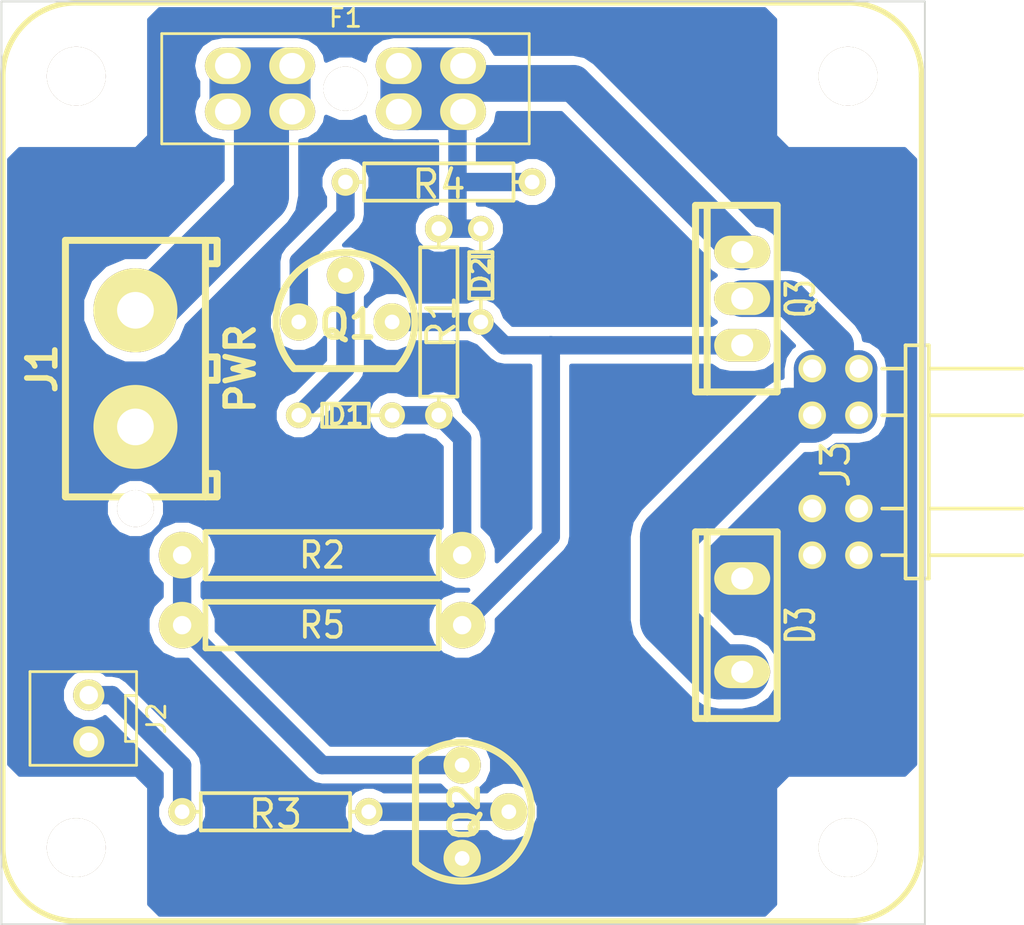
<source format=kicad_pcb>
(kicad_pcb (version 3) (host pcbnew "(2013-07-07 BZR 4022)-stable")

  (general
    (links 34)
    (no_connects 0)
    (area 18.856 17.774919 78.574 68.585081)
    (thickness 1.6)
    (drawings 4)
    (tracks 80)
    (zones 0)
    (modules 16)
    (nets 12)
  )

  (page A4)
  (layers
    (15 F.Cu signal)
    (0 B.Cu signal)
    (16 B.Adhes user)
    (17 F.Adhes user)
    (18 B.Paste user)
    (19 F.Paste user)
    (20 B.SilkS user)
    (21 F.SilkS user)
    (22 B.Mask user)
    (23 F.Mask user)
    (24 Dwgs.User user)
    (25 Cmts.User user)
    (26 Eco1.User user)
    (27 Eco2.User user)
    (28 Edge.Cuts user)
  )

  (setup
    (last_trace_width 0.254)
    (user_trace_width 0.5)
    (user_trace_width 0.508)
    (user_trace_width 1)
    (user_trace_width 1.5)
    (user_trace_width 2)
    (user_trace_width 3)
    (user_trace_width 4)
    (user_trace_width 5)
    (trace_clearance 0.254)
    (zone_clearance 0.5)
    (zone_45_only no)
    (trace_min 0.254)
    (segment_width 0.2)
    (edge_width 0.1)
    (via_size 0.889)
    (via_drill 0.635)
    (via_min_size 0.889)
    (via_min_drill 0.508)
    (user_via 1.7 0.8)
    (uvia_size 0.508)
    (uvia_drill 0.127)
    (uvias_allowed no)
    (uvia_min_size 0.508)
    (uvia_min_drill 0.127)
    (pcb_text_width 0.3)
    (pcb_text_size 1.5 1.5)
    (mod_edge_width 0.15)
    (mod_text_size 1 1)
    (mod_text_width 0.15)
    (pad_size 2.2 2.2)
    (pad_drill 1.2)
    (pad_to_mask_clearance 0)
    (aux_axis_origin 0 0)
    (visible_elements 7FFFFFFF)
    (pcbplotparams
      (layerselection 3178497)
      (usegerberextensions true)
      (excludeedgelayer true)
      (linewidth 0.150000)
      (plotframeref false)
      (viasonmask false)
      (mode 1)
      (useauxorigin false)
      (hpglpennumber 1)
      (hpglpenspeed 20)
      (hpglpendiameter 15)
      (hpglpenoverlay 2)
      (psnegative false)
      (psa4output false)
      (plotreference true)
      (plotvalue true)
      (plotothertext true)
      (plotinvisibletext false)
      (padsonsilk false)
      (subtractmaskfromsilk false)
      (outputformat 1)
      (mirror false)
      (drillshape 1)
      (scaleselection 1)
      (outputdirectory ""))
  )

  (net 0 "")
  (net 1 GND)
  (net 2 N-0000010)
  (net 3 N-0000011)
  (net 4 N-000002)
  (net 5 N-000004)
  (net 6 N-000005)
  (net 7 N-000006)
  (net 8 N-000007)
  (net 9 N-000008)
  (net 10 N-000009)
  (net 11 VDD)

  (net_class Default "This is the default net class."
    (clearance 0.254)
    (trace_width 0.254)
    (via_dia 0.889)
    (via_drill 0.635)
    (uvia_dia 0.508)
    (uvia_drill 0.127)
    (add_net "")
    (add_net GND)
    (add_net N-0000010)
    (add_net N-0000011)
    (add_net N-000002)
    (add_net N-000004)
    (add_net N-000005)
    (add_net N-000006)
    (add_net N-000007)
    (add_net N-000008)
    (add_net N-000009)
    (add_net VDD)
  )

  (module TO220-2 (layer F.Cu) (tedit 54E02F59) (tstamp 54DCAF76)
    (at 60.96 52.07 180)
    (path /54DCAB09)
    (fp_text reference D3 (at -3.175 0 270) (layer F.SilkS)
      (effects (font (size 1.524 1.016) (thickness 0.2032)))
    )
    (fp_text value MBR10100 (at 0.635 -6.35 180) (layer F.SilkS) hide
      (effects (font (size 1.524 1.016) (thickness 0.2032)))
    )
    (fp_line (start 1.905 -5.08) (end 2.54 -5.08) (layer F.SilkS) (width 0.381))
    (fp_line (start 2.54 -5.08) (end 2.54 5.08) (layer F.SilkS) (width 0.381))
    (fp_line (start 2.54 5.08) (end 1.905 5.08) (layer F.SilkS) (width 0.381))
    (fp_line (start -1.905 -5.08) (end 1.905 -5.08) (layer F.SilkS) (width 0.381))
    (fp_line (start 1.905 -5.08) (end 1.905 5.08) (layer F.SilkS) (width 0.381))
    (fp_line (start 1.905 5.08) (end -1.905 5.08) (layer F.SilkS) (width 0.381))
    (fp_line (start -1.905 5.08) (end -1.905 -5.08) (layer F.SilkS) (width 0.381))
    (pad 1 thru_hole oval (at 0 -2.54 180) (size 3.048 1.778) (drill 1.19888)
      (layers *.Cu *.Mask F.SilkS)
      (net 7 N-000006)
    )
    (pad 3 thru_hole oval (at 0 2.54 180) (size 3.048 1.778) (drill 1.19888)
      (layers *.Cu *.Mask F.SilkS)
      (net 1 GND)
    )
    (model discret/to220_vert.wrl
      (at (xyz 0 0 0))
      (scale (xyz 1 1 1))
      (rotate (xyz 0 0 0))
    )
  )

  (module R6 (layer F.Cu) (tedit 4AD4576D) (tstamp 54DCAF93)
    (at 38.1 52.07)
    (descr "Resistance 6 pas")
    (tags R)
    (path /54B5A69B)
    (autoplace_cost180 10)
    (fp_text reference R5 (at 0 0) (layer F.SilkS)
      (effects (font (size 1.397 1.27) (thickness 0.2032)))
    )
    (fp_text value 750/2W (at 0.254 0) (layer F.SilkS) hide
      (effects (font (size 1.397 1.27) (thickness 0.2032)))
    )
    (fp_line (start -6.35 -1.27) (end 6.35 -1.27) (layer F.SilkS) (width 0.3048))
    (fp_line (start 6.35 -1.27) (end 6.35 1.27) (layer F.SilkS) (width 0.3048))
    (fp_line (start 6.35 1.27) (end -6.35 1.27) (layer F.SilkS) (width 0.3048))
    (fp_line (start 6.35 0) (end 7.62 0) (layer F.SilkS) (width 0.3048))
    (fp_line (start -7.62 0) (end -6.35 0) (layer F.SilkS) (width 0.3048))
    (fp_line (start -6.35 -1.27) (end -6.35 1.27) (layer F.SilkS) (width 0.3048))
    (pad 1 thru_hole circle (at -7.62 0) (size 2.54 2.54) (drill 1.00076)
      (layers *.Cu *.Mask F.SilkS)
      (net 5 N-000004)
    )
    (pad 2 thru_hole circle (at 7.62 0) (size 2.54 2.54) (drill 1.00076)
      (layers *.Cu *.Mask F.SilkS)
      (net 9 N-000008)
    )
    (model discret/resistor.wrl
      (at (xyz 0 0 0))
      (scale (xyz 0.6 0.6 0.6))
      (rotate (xyz 0 0 0))
    )
  )

  (module R6 (layer F.Cu) (tedit 4AD4576D) (tstamp 54DCAF9F)
    (at 38.1 48.26)
    (descr "Resistance 6 pas")
    (tags R)
    (path /54C35883)
    (autoplace_cost180 10)
    (fp_text reference R2 (at 0 0) (layer F.SilkS)
      (effects (font (size 1.397 1.27) (thickness 0.2032)))
    )
    (fp_text value 750/2W (at 0.254 0) (layer F.SilkS) hide
      (effects (font (size 1.397 1.27) (thickness 0.2032)))
    )
    (fp_line (start -6.35 -1.27) (end 6.35 -1.27) (layer F.SilkS) (width 0.3048))
    (fp_line (start 6.35 -1.27) (end 6.35 1.27) (layer F.SilkS) (width 0.3048))
    (fp_line (start 6.35 1.27) (end -6.35 1.27) (layer F.SilkS) (width 0.3048))
    (fp_line (start 6.35 0) (end 7.62 0) (layer F.SilkS) (width 0.3048))
    (fp_line (start -7.62 0) (end -6.35 0) (layer F.SilkS) (width 0.3048))
    (fp_line (start -6.35 -1.27) (end -6.35 1.27) (layer F.SilkS) (width 0.3048))
    (pad 1 thru_hole circle (at -7.62 0) (size 2.54 2.54) (drill 1.00076)
      (layers *.Cu *.Mask F.SilkS)
      (net 5 N-000004)
    )
    (pad 2 thru_hole circle (at 7.62 0) (size 2.54 2.54) (drill 1.00076)
      (layers *.Cu *.Mask F.SilkS)
      (net 10 N-000009)
    )
    (model discret/resistor.wrl
      (at (xyz 0 0 0))
      (scale (xyz 0.6 0.6 0.6))
      (rotate (xyz 0 0 0))
    )
  )

  (module R4 (layer F.Cu) (tedit 54E02F73) (tstamp 54DCAFAC)
    (at 35.56 62.23 180)
    (descr "Resitance 4 pas")
    (tags R)
    (path /54B5A882)
    (autoplace_cost180 10)
    (fp_text reference R3 (at 0 -0.127 180) (layer F.SilkS)
      (effects (font (size 1.5 1.5) (thickness 0.2032)))
    )
    (fp_text value 1K8 (at 0 0 180) (layer F.SilkS) hide
      (effects (font (size 1.397 1.27) (thickness 0.2032)))
    )
    (fp_line (start -5.08 0) (end -4.064 0) (layer F.SilkS) (width 0.2))
    (fp_line (start -4.064 0) (end -4.064 -1.016) (layer F.SilkS) (width 0.2))
    (fp_line (start -4.064 -1.016) (end 4.064 -1.016) (layer F.SilkS) (width 0.2))
    (fp_line (start 4.064 -1.016) (end 4.064 1.016) (layer F.SilkS) (width 0.2))
    (fp_line (start 4.064 1.016) (end -4.064 1.016) (layer F.SilkS) (width 0.2))
    (fp_line (start -4.064 1.016) (end -4.064 0) (layer F.SilkS) (width 0.2))
    (fp_line (start 5.08 0) (end 4.064 0) (layer F.SilkS) (width 0.2))
    (pad 1 thru_hole circle (at -5.08 0 180) (size 1.5 1.5) (drill 0.8001)
      (layers *.Cu *.Mask F.SilkS)
      (net 8 N-000007)
    )
    (pad 2 thru_hole circle (at 5.08 0 180) (size 1.5 1.5) (drill 0.8001)
      (layers *.Cu *.Mask F.SilkS)
      (net 4 N-000002)
    )
    (model discret/resistor.wrl
      (at (xyz 0 0 0))
      (scale (xyz 0.4 0.4 0.4))
      (rotate (xyz 0 0 0))
    )
  )

  (module R4 (layer F.Cu) (tedit 54E02F48) (tstamp 54DCAFB9)
    (at 44.45 27.94 180)
    (descr "Resitance 4 pas")
    (tags R)
    (path /54C35874)
    (autoplace_cost180 10)
    (fp_text reference R4 (at 0 -0.127 180) (layer F.SilkS)
      (effects (font (size 1.5 1.5) (thickness 0.2032)))
    )
    (fp_text value 1 (at 0 0 180) (layer F.SilkS) hide
      (effects (font (size 1.397 1.27) (thickness 0.2032)))
    )
    (fp_line (start -5.08 0) (end -4.064 0) (layer F.SilkS) (width 0.2))
    (fp_line (start -4.064 0) (end -4.064 -1.016) (layer F.SilkS) (width 0.2))
    (fp_line (start -4.064 -1.016) (end 4.064 -1.016) (layer F.SilkS) (width 0.2))
    (fp_line (start 4.064 -1.016) (end 4.064 1.016) (layer F.SilkS) (width 0.2))
    (fp_line (start 4.064 1.016) (end -4.064 1.016) (layer F.SilkS) (width 0.2))
    (fp_line (start -4.064 1.016) (end -4.064 0) (layer F.SilkS) (width 0.2))
    (fp_line (start 5.08 0) (end 4.064 0) (layer F.SilkS) (width 0.2))
    (pad 1 thru_hole circle (at -5.08 0 180) (size 1.5 1.5) (drill 0.8001)
      (layers *.Cu *.Mask F.SilkS)
      (net 6 N-000005)
    )
    (pad 2 thru_hole circle (at 5.08 0 180) (size 1.5 1.5) (drill 0.8001)
      (layers *.Cu *.Mask F.SilkS)
      (net 3 N-0000011)
    )
    (model discret/resistor.wrl
      (at (xyz 0 0 0))
      (scale (xyz 0.4 0.4 0.4))
      (rotate (xyz 0 0 0))
    )
  )

  (module R4 (layer F.Cu) (tedit 54E02F38) (tstamp 54DCAFC6)
    (at 44.45 35.56 270)
    (descr "Resitance 4 pas")
    (tags R)
    (path /54C358C7)
    (autoplace_cost180 10)
    (fp_text reference R1 (at 0 -0.127 270) (layer F.SilkS)
      (effects (font (size 1.5 1.5) (thickness 0.2032)))
    )
    (fp_text value 100 (at 0 0 270) (layer F.SilkS) hide
      (effects (font (size 1.397 1.27) (thickness 0.2032)))
    )
    (fp_line (start -5.08 0) (end -4.064 0) (layer F.SilkS) (width 0.2))
    (fp_line (start -4.064 0) (end -4.064 -1.016) (layer F.SilkS) (width 0.2))
    (fp_line (start -4.064 -1.016) (end 4.064 -1.016) (layer F.SilkS) (width 0.2))
    (fp_line (start 4.064 -1.016) (end 4.064 1.016) (layer F.SilkS) (width 0.2))
    (fp_line (start 4.064 1.016) (end -4.064 1.016) (layer F.SilkS) (width 0.2))
    (fp_line (start -4.064 1.016) (end -4.064 0) (layer F.SilkS) (width 0.2))
    (fp_line (start 5.08 0) (end 4.064 0) (layer F.SilkS) (width 0.2))
    (pad 1 thru_hole circle (at -5.08 0 270) (size 1.5 1.5) (drill 0.8001)
      (layers *.Cu *.Mask F.SilkS)
      (net 6 N-000005)
    )
    (pad 2 thru_hole circle (at 5.08 0 270) (size 1.5 1.5) (drill 0.8001)
      (layers *.Cu *.Mask F.SilkS)
      (net 10 N-000009)
    )
    (model discret/resistor.wrl
      (at (xyz 0 0 0))
      (scale (xyz 0.4 0.4 0.4))
      (rotate (xyz 0 0 0))
    )
  )

  (module MD-TEST-HDR-M (layer F.Cu) (tedit 54E02FA7) (tstamp 54DCAFDE)
    (at 66.04 43.18 90)
    (path /54DCAB2B)
    (fp_text reference J3 (at -0.127 0 90) (layer F.SilkS)
      (effects (font (size 1.5 1.5) (thickness 0.2)))
    )
    (fp_text value OUT (at 0 11.43 90) (layer F.SilkS) hide
      (effects (font (size 1.5 1.5) (thickness 0.2)))
    )
    (fp_line (start -6.35 5.08) (end 6.35 5.08) (layer F.SilkS) (width 0.2))
    (fp_line (start -6.35 3.81) (end 6.35 3.81) (layer F.SilkS) (width 0.2))
    (fp_line (start -6.35 5.08) (end -6.35 3.81) (layer F.SilkS) (width 0.2))
    (fp_line (start 6.35 5.08) (end 6.35 3.81) (layer F.SilkS) (width 0.2))
    (fp_line (start -5.08 10.16) (end -5.08 5.08) (layer F.SilkS) (width 0.2))
    (fp_line (start -2.54 10.16) (end -2.54 5.08) (layer F.SilkS) (width 0.2))
    (fp_line (start 2.54 10.16) (end 2.54 5.08) (layer F.SilkS) (width 0.2))
    (fp_line (start 5.08 10.16) (end 5.08 5.08) (layer F.SilkS) (width 0.2))
    (fp_line (start -5.08 3.81) (end -5.08 2.54) (layer F.SilkS) (width 0.2))
    (fp_line (start -2.54 3.81) (end -2.54 2.54) (layer F.SilkS) (width 0.2))
    (fp_line (start 2.54 3.81) (end 2.54 2.54) (layer F.SilkS) (width 0.2))
    (fp_line (start 5.08 3.81) (end 5.08 2.54) (layer F.SilkS) (width 0.2))
    (pad 1 thru_hole circle (at -5.08 1.27 90) (size 1.5 1.5) (drill 1)
      (layers *.Cu *.Mask F.SilkS)
      (net 1 GND)
    )
    (pad 2 thru_hole circle (at -5.08 -1.27 90) (size 1.5 1.5) (drill 1)
      (layers *.Cu *.Mask F.SilkS)
      (net 1 GND)
    )
    (pad 3 thru_hole circle (at -2.54 1.27 90) (size 1.5 1.5) (drill 1)
      (layers *.Cu *.Mask F.SilkS)
      (net 1 GND)
    )
    (pad 4 thru_hole circle (at -2.54 -1.27 90) (size 1.5 1.5) (drill 1)
      (layers *.Cu *.Mask F.SilkS)
      (net 1 GND)
    )
    (pad 7 thru_hole circle (at 2.54 1.27 90) (size 1.5 1.5) (drill 1)
      (layers *.Cu *.Mask F.SilkS)
      (net 7 N-000006)
    )
    (pad 9 thru_hole circle (at 5.08 1.27 90) (size 1.5 1.5) (drill 1)
      (layers *.Cu *.Mask F.SilkS)
      (net 7 N-000006)
    )
    (pad 10 thru_hole circle (at 5.08 -1.27 90) (size 1.5 1.5) (drill 1)
      (layers *.Cu *.Mask F.SilkS)
      (net 7 N-000006)
    )
    (pad 8 thru_hole circle (at 2.54 -1.27 90) (size 1.5 1.5) (drill 1)
      (layers *.Cu *.Mask F.SilkS)
      (net 7 N-000006)
    )
  )

  (module D2 (layer F.Cu) (tedit 52D1583B) (tstamp 54DCAFEB)
    (at 46.736 33.02 90)
    (path /54B5A6F5)
    (fp_text reference D2 (at 0 0 90) (layer F.SilkS)
      (effects (font (size 1 1) (thickness 0.2)))
    )
    (fp_text value ZENER (at 0 1.905 90) (layer F.SilkS) hide
      (effects (font (size 1 1) (thickness 0.2)))
    )
    (fp_line (start 1.016 -0.635) (end 1.016 0.635) (layer F.SilkS) (width 0.2))
    (fp_line (start 1.27 0) (end 2.54 0) (layer F.SilkS) (width 0.2))
    (fp_line (start -2.54 0) (end -1.27 0) (layer F.SilkS) (width 0.2))
    (fp_line (start 1.27 -0.635) (end 1.27 0.635) (layer F.SilkS) (width 0.2))
    (fp_line (start 1.27 0.635) (end -1.27 0.635) (layer F.SilkS) (width 0.2))
    (fp_line (start -1.27 0.635) (end -1.27 -0.635) (layer F.SilkS) (width 0.2))
    (fp_line (start -1.27 -0.635) (end 1.27 -0.635) (layer F.SilkS) (width 0.2))
    (pad 1 thru_hole circle (at -2.54 0 90) (size 1.4 1.4) (drill 0.8)
      (layers *.Cu *.Mask F.SilkS)
      (net 9 N-000008)
    )
    (pad 2 thru_hole circle (at 2.54 0 90) (size 1.4 1.4) (drill 0.8)
      (layers *.Cu *.Mask F.SilkS)
      (net 6 N-000005)
    )
  )

  (module D2 (layer F.Cu) (tedit 52D1583B) (tstamp 54DCAFF8)
    (at 39.37 40.64 180)
    (path /54C35AF0)
    (fp_text reference D1 (at 0 0 180) (layer F.SilkS)
      (effects (font (size 1 1) (thickness 0.2)))
    )
    (fp_text value DIODESCH (at 0 1.905 180) (layer F.SilkS) hide
      (effects (font (size 1 1) (thickness 0.2)))
    )
    (fp_line (start 1.016 -0.635) (end 1.016 0.635) (layer F.SilkS) (width 0.2))
    (fp_line (start 1.27 0) (end 2.54 0) (layer F.SilkS) (width 0.2))
    (fp_line (start -2.54 0) (end -1.27 0) (layer F.SilkS) (width 0.2))
    (fp_line (start 1.27 -0.635) (end 1.27 0.635) (layer F.SilkS) (width 0.2))
    (fp_line (start 1.27 0.635) (end -1.27 0.635) (layer F.SilkS) (width 0.2))
    (fp_line (start -1.27 0.635) (end -1.27 -0.635) (layer F.SilkS) (width 0.2))
    (fp_line (start -1.27 -0.635) (end 1.27 -0.635) (layer F.SilkS) (width 0.2))
    (pad 1 thru_hole circle (at -2.54 0 180) (size 1.4 1.4) (drill 0.8)
      (layers *.Cu *.Mask F.SilkS)
      (net 10 N-000009)
    )
    (pad 2 thru_hole circle (at 2.54 0 180) (size 1.4 1.4) (drill 0.8)
      (layers *.Cu *.Mask F.SilkS)
      (net 2 N-0000010)
    )
  )

  (module CONN_NCW254-02S (layer F.Cu) (tedit 54E02FB0) (tstamp 54DCB012)
    (at 25.4 57.15 270)
    (path /54DCAB49)
    (fp_text reference J2 (at 0 -3.683 270) (layer F.SilkS)
      (effects (font (size 1 1) (thickness 0.15)))
    )
    (fp_text value PWM_IN (at 0 5.715 270) (layer F.SilkS) hide
      (effects (font (size 1 1) (thickness 0.15)))
    )
    (fp_line (start -1.25 -2.6) (end -1.25 -2) (layer F.SilkS) (width 0.15))
    (fp_line (start -1.25 -2) (end 1.25 -2) (layer F.SilkS) (width 0.15))
    (fp_line (start 1.25 -2) (end 1.25 -2.6) (layer F.SilkS) (width 0.15))
    (fp_line (start -2.55 -2.6) (end 2.55 -2.6) (layer F.SilkS) (width 0.15))
    (fp_line (start 2.55 -2.6) (end 2.55 3.2) (layer F.SilkS) (width 0.15))
    (fp_line (start 2.55 3.2) (end -2.55 3.2) (layer F.SilkS) (width 0.15))
    (fp_line (start -2.55 3.2) (end -2.55 -2.6) (layer F.SilkS) (width 0.15))
    (pad 1 thru_hole circle (at -1.27 0 270) (size 1.7 1.7) (drill 1)
      (layers *.Cu *.Mask F.SilkS)
      (net 4 N-000002)
    )
    (pad 2 thru_hole circle (at 1.27 0 270) (size 1.7 1.7) (drill 1)
      (layers *.Cu *.Mask F.SilkS)
      (net 1 GND)
    )
  )

  (module AUTOFUSE (layer F.Cu) (tedit 54E02F24) (tstamp 54DCB023)
    (at 39.37 22.86)
    (path /54950B27)
    (fp_text reference F1 (at 0 -3.85) (layer F.SilkS)
      (effects (font (size 1 1) (thickness 0.15)))
    )
    (fp_text value FUSE (at 0.05 4.05) (layer F.SilkS) hide
      (effects (font (size 1 1) (thickness 0.15)))
    )
    (fp_line (start -10 -3) (end -10 3) (layer F.SilkS) (width 0.15))
    (fp_line (start -10 3) (end 10 3) (layer F.SilkS) (width 0.15))
    (fp_line (start 10 3) (end 10 -3) (layer F.SilkS) (width 0.15))
    (fp_line (start 10 -3) (end -10 -3) (layer F.SilkS) (width 0.15))
    (pad "" thru_hole circle (at 0 0) (size 2.4 2.4) (drill 2.4)
      (layers *.Cu *.Mask F.SilkS)
    )
    (pad 1 thru_hole oval (at -2.9 -1.25) (size 2.5 2) (drill 1.4)
      (layers *.Cu *.Mask F.SilkS)
      (net 11 VDD)
    )
    (pad 1 thru_hole oval (at -2.9 1.25) (size 2.5 2) (drill 1.4)
      (layers *.Cu *.Mask F.SilkS)
      (net 11 VDD)
    )
    (pad 1 thru_hole oval (at -6.4 -1.25) (size 2.5 2) (drill 1.4)
      (layers *.Cu *.Mask F.SilkS)
      (net 11 VDD)
    )
    (pad 1 thru_hole oval (at -6.4 1.25) (size 2.5 2) (drill 1.4)
      (layers *.Cu *.Mask F.SilkS)
      (net 11 VDD)
    )
    (pad 2 thru_hole oval (at 2.9 -1.25) (size 2.5 2) (drill 1.4)
      (layers *.Cu *.Mask F.SilkS)
      (net 6 N-000005)
    )
    (pad 2 thru_hole oval (at 2.9 1.25) (size 2.5 2) (drill 1.4)
      (layers *.Cu *.Mask F.SilkS)
      (net 6 N-000005)
    )
    (pad 2 thru_hole oval (at 6.4 1.25) (size 2.5 2) (drill 1.4)
      (layers *.Cu *.Mask F.SilkS)
      (net 6 N-000005)
    )
    (pad 2 thru_hole oval (at 6.4 -1.25) (size 2.5 2) (drill 1.4)
      (layers *.Cu *.Mask F.SilkS)
      (net 6 N-000005)
    )
  )

  (module TO-92_V (layer F.Cu) (tedit 54E02F68) (tstamp 54DCB727)
    (at 45.72 62.23 270)
    (path /54C35829)
    (fp_text reference Q2 (at 0 -0.127 270) (layer F.SilkS)
      (effects (font (size 1.524 1.524) (thickness 0.3048)))
    )
    (fp_text value BC546B (at 0.762 4.064 270) (layer F.SilkS) hide
      (effects (font (size 1.524 1.524) (thickness 0.3048)))
    )
    (fp_line (start 2.794 2.54) (end -2.794 2.54) (layer F.SilkS) (width 0.381))
    (fp_arc (start 0 0) (end 2.54 -2.794) (angle 90) (layer F.SilkS) (width 0.381))
    (fp_arc (start 0 0) (end -2.54 -2.794) (angle 90) (layer F.SilkS) (width 0.381))
    (fp_arc (start 0 0) (end -2.794 2.54) (angle 90) (layer F.SilkS) (width 0.381))
    (pad 1 thru_hole circle (at -2.54 0 270) (size 2.032 2.032) (drill 0.8001)
      (layers *.Cu *.Mask F.SilkS)
      (net 5 N-000004)
    )
    (pad 2 thru_hole circle (at 0 -2.54 270) (size 2.032 2.032) (drill 0.8001)
      (layers *.Cu *.Mask F.SilkS)
      (net 8 N-000007)
    )
    (pad 3 thru_hole circle (at 2.54 0 270) (size 2.032 2.032) (drill 0.8001)
      (layers *.Cu *.Mask F.SilkS)
      (net 1 GND)
    )
  )

  (module TO-92_V (layer F.Cu) (tedit 54E02F42) (tstamp 54DCB732)
    (at 39.37 35.56)
    (path /54C35838)
    (fp_text reference Q1 (at 0.127 0.127) (layer F.SilkS)
      (effects (font (size 1.524 1.524) (thickness 0.3048)))
    )
    (fp_text value BC546B (at 0.762 4.064) (layer F.SilkS) hide
      (effects (font (size 1.524 1.524) (thickness 0.3048)))
    )
    (fp_line (start 2.794 2.54) (end -2.794 2.54) (layer F.SilkS) (width 0.381))
    (fp_arc (start 0 0) (end 2.54 -2.794) (angle 90) (layer F.SilkS) (width 0.381))
    (fp_arc (start 0 0) (end -2.54 -2.794) (angle 90) (layer F.SilkS) (width 0.381))
    (fp_arc (start 0 0) (end -2.794 2.54) (angle 90) (layer F.SilkS) (width 0.381))
    (pad 1 thru_hole circle (at -2.54 0) (size 2.032 2.032) (drill 0.8001)
      (layers *.Cu *.Mask F.SilkS)
      (net 3 N-0000011)
    )
    (pad 2 thru_hole circle (at 0 -2.54) (size 2.032 2.032) (drill 0.8001)
      (layers *.Cu *.Mask F.SilkS)
      (net 2 N-0000010)
    )
    (pad 3 thru_hole circle (at 2.54 0) (size 2.032 2.032) (drill 0.8001)
      (layers *.Cu *.Mask F.SilkS)
      (net 9 N-000008)
    )
  )

  (module TO-220_V (layer F.Cu) (tedit 54E02F52) (tstamp 54DCAF87)
    (at 60.96 34.29 180)
    (path /54B59908)
    (fp_text reference Q3 (at -3.175 0 270) (layer F.SilkS)
      (effects (font (size 1.524 1.016) (thickness 0.2032)))
    )
    (fp_text value IRF9530 (at 0.635 -6.35 180) (layer F.SilkS) hide
      (effects (font (size 1.524 1.016) (thickness 0.2032)))
    )
    (fp_line (start 1.905 -5.08) (end 2.54 -5.08) (layer F.SilkS) (width 0.381))
    (fp_line (start 2.54 -5.08) (end 2.54 5.08) (layer F.SilkS) (width 0.381))
    (fp_line (start 2.54 5.08) (end 1.905 5.08) (layer F.SilkS) (width 0.381))
    (fp_line (start -1.905 -5.08) (end 1.905 -5.08) (layer F.SilkS) (width 0.381))
    (fp_line (start 1.905 -5.08) (end 1.905 5.08) (layer F.SilkS) (width 0.381))
    (fp_line (start 1.905 5.08) (end -1.905 5.08) (layer F.SilkS) (width 0.381))
    (fp_line (start -1.905 5.08) (end -1.905 -5.08) (layer F.SilkS) (width 0.381))
    (pad 1 thru_hole oval (at 0 -2.54 180) (size 3.048 1.778) (drill 1.19888)
      (layers *.Cu *.Mask F.SilkS)
      (net 9 N-000008)
    )
    (pad 2 thru_hole oval (at 0 0 180) (size 3.048 1.778) (drill 1.19888)
      (layers *.Cu *.Mask F.SilkS)
      (net 7 N-000006)
    )
    (pad 3 thru_hole oval (at 0 2.54 180) (size 3.048 1.778) (drill 1.19888)
      (layers *.Cu *.Mask F.SilkS)
      (net 6 N-000005)
    )
    (model discret/to220_vert.wrl
      (at (xyz 0 0 0))
      (scale (xyz 1 1 1))
      (rotate (xyz 0 0 0))
    )
  )

  (module MOLEX_36538_2 (layer F.Cu) (tedit 4ACC962B) (tstamp 54DCB005)
    (at 27.94 38.1 90)
    (path /54DCAB3A)
    (fp_text reference J1 (at 0 -5.08 90) (layer F.SilkS)
      (effects (font (size 1.524 1.524) (thickness 0.3048)))
    )
    (fp_text value PWR (at 0 5.715 90) (layer F.SilkS)
      (effects (font (size 1.524 1.524) (thickness 0.3048)))
    )
    (fp_line (start 6.985 4.445) (end 5.715 4.445) (layer F.SilkS) (width 0.381))
    (fp_line (start 5.715 4.445) (end 5.715 3.81) (layer F.SilkS) (width 0.381))
    (fp_line (start -6.985 4.445) (end -5.715 4.445) (layer F.SilkS) (width 0.381))
    (fp_line (start -5.715 4.445) (end -5.715 3.81) (layer F.SilkS) (width 0.381))
    (fp_line (start -0.635 3.81) (end -0.635 4.445) (layer F.SilkS) (width 0.381))
    (fp_line (start -0.635 4.445) (end 0.635 4.445) (layer F.SilkS) (width 0.381))
    (fp_line (start 0.635 4.445) (end 0.635 3.81) (layer F.SilkS) (width 0.381))
    (fp_line (start -6.985 3.81) (end -6.985 4.445) (layer F.SilkS) (width 0.381))
    (fp_line (start 6.985 3.81) (end 6.985 4.445) (layer F.SilkS) (width 0.381))
    (fp_line (start 6.985 3.81) (end 6.985 -3.81) (layer F.SilkS) (width 0.381))
    (fp_line (start 6.985 -3.81) (end -6.985 -3.81) (layer F.SilkS) (width 0.381))
    (fp_line (start -6.985 -3.81) (end -6.985 3.81) (layer F.SilkS) (width 0.381))
    (fp_line (start -6.985 3.81) (end 6.985 3.81) (layer F.SilkS) (width 0.381))
    (pad 1 thru_hole circle (at -3.175 0 90) (size 4.572 4.572) (drill 1.99898)
      (layers *.Cu *.Mask F.SilkS)
      (net 1 GND)
    )
    (pad 2 thru_hole circle (at 3.175 0 90) (size 4.572 4.572) (drill 1.99898)
      (layers *.Cu *.Mask F.SilkS)
      (net 11 VDD)
    )
    (pad "" thru_hole circle (at -7.62 0 90) (size 1.99898 1.99898) (drill 1.99898)
      (layers *.Cu *.Mask F.SilkS)
    )
  )

  (module DP5050 (layer F.Cu) (tedit 54E02F7F) (tstamp 54DD86CF)
    (at 45.72 43.18)
    (fp_text reference DP5050 (at 0 0) (layer F.SilkS) hide
      (effects (font (size 1.524 1.524) (thickness 0.3048)))
    )
    (fp_text value " " (at 0 0) (layer F.SilkS) hide
      (effects (font (size 1.524 1.524) (thickness 0.3048)))
    )
    (fp_line (start -25.00122 21.00072) (end -25.00122 -21.00072) (layer F.SilkS) (width 0.29972))
    (fp_line (start 25.00122 -21.00072) (end 25.00122 21.00072) (layer F.SilkS) (width 0.29972))
    (fp_line (start 21.00072 -24.99868) (end -21.00072 -24.99868) (layer F.SilkS) (width 0.29972))
    (fp_line (start 21.00072 24.99868) (end -21.00072 24.99868) (layer F.SilkS) (width 0.29972))
    (fp_arc (start -21.00072 21.00072) (end -21.00072 25.00122) (angle 90) (layer F.SilkS) (width 0.29972))
    (fp_arc (start 21.00072 21.00072) (end 25.00122 21.00072) (angle 90) (layer F.SilkS) (width 0.29972))
    (fp_arc (start 21.00072 -21.00072) (end 21.00072 -25.00122) (angle 90) (layer F.SilkS) (width 0.29972))
    (fp_arc (start -21.00072 -21.00072) (end -25.00122 -21.00072) (angle 90) (layer F.SilkS) (width 0.29972))
    (pad "" thru_hole circle (at 21.00072 -21.00072) (size 3.2004 3.2004) (drill 3.2004)
      (layers *.Cu *.Mask F.SilkS)
      (clearance 1.39954)
    )
    (pad "" thru_hole circle (at 21.00072 21.00072) (size 3.2004 3.2004) (drill 3.2004)
      (layers *.Cu *.Mask F.SilkS)
      (clearance 1.39954)
    )
    (pad "" thru_hole circle (at -21.00072 21.00072) (size 3.2004 3.2004) (drill 3.2004)
      (layers *.Cu *.Mask F.SilkS)
      (clearance 1.39954)
    )
    (pad "" thru_hole circle (at -21.00072 -21.00072) (size 3.2004 3.2004) (drill 3.2004)
      (layers *.Cu *.Mask F.SilkS)
      (clearance 1.39954)
    )
  )

  (gr_line (start 20.65 68.36) (end 20.65 18.11) (angle 90) (layer Edge.Cuts) (width 0.1))
  (gr_line (start 70.9 68.36) (end 20.65 68.36) (angle 90) (layer Edge.Cuts) (width 0.1))
  (gr_line (start 70.9 18.11) (end 70.9 68.36) (angle 90) (layer Edge.Cuts) (width 0.1))
  (gr_line (start 20.65 18.11) (end 70.9 18.11) (angle 90) (layer Edge.Cuts) (width 0.1))

  (segment (start 25.4 58.42) (end 23.368 56.388) (width 0.254) (layer B.Cu) (net 1))
  (segment (start 23.368 56.388) (end 23.368 45.847) (width 0.254) (layer B.Cu) (net 1) (tstamp 54DD89A6))
  (segment (start 64.77 48.26) (end 64.77 58.674) (width 0.254) (layer B.Cu) (net 1))
  (segment (start 58.674 64.77) (end 45.72 64.77) (width 0.254) (layer B.Cu) (net 1) (tstamp 54DD886D))
  (segment (start 64.77 58.674) (end 58.674 64.77) (width 0.254) (layer B.Cu) (net 1) (tstamp 54DD886B))
  (segment (start 25.4 58.42) (end 27.178 58.42) (width 0.254) (layer B.Cu) (net 1))
  (segment (start 27.178 58.42) (end 28.956 60.198) (width 0.254) (layer B.Cu) (net 1) (tstamp 54DD8861))
  (segment (start 28.956 60.198) (end 28.956 62.992) (width 0.254) (layer B.Cu) (net 1) (tstamp 54DD8863))
  (segment (start 28.956 62.992) (end 30.734 64.77) (width 0.254) (layer B.Cu) (net 1) (tstamp 54DD8865))
  (segment (start 30.734 64.77) (end 45.72 64.77) (width 0.254) (layer B.Cu) (net 1) (tstamp 54DD8867))
  (segment (start 64.77 48.26) (end 62.23 48.26) (width 0.254) (layer B.Cu) (net 1))
  (segment (start 62.23 48.26) (end 60.96 49.53) (width 0.254) (layer B.Cu) (net 1) (tstamp 54DD8854))
  (segment (start 67.31 45.72) (end 67.31 48.26) (width 0.254) (layer B.Cu) (net 1))
  (segment (start 67.31 48.26) (end 64.77 48.26) (width 0.254) (layer B.Cu) (net 1) (tstamp 54DD8850))
  (segment (start 64.77 48.26) (end 64.77 45.72) (width 0.254) (layer B.Cu) (net 1) (tstamp 54DD8851))
  (segment (start 64.77 45.72) (end 67.31 45.72) (width 0.254) (layer B.Cu) (net 1))
  (segment (start 23.368 45.847) (end 27.94 41.275) (width 0.254) (layer B.Cu) (net 1) (tstamp 54DD89A8))
  (segment (start 36.83 40.64) (end 39.37 38.1) (width 1) (layer B.Cu) (net 2))
  (segment (start 39.37 38.1) (end 39.37 33.02) (width 1) (layer B.Cu) (net 2) (tstamp 54DD89A3))
  (segment (start 36.83 35.56) (end 36.83 32.258) (width 1) (layer B.Cu) (net 3))
  (segment (start 39.37 29.718) (end 39.37 27.94) (width 1) (layer B.Cu) (net 3) (tstamp 54DD89C5))
  (segment (start 36.83 32.258) (end 39.37 29.718) (width 1) (layer B.Cu) (net 3) (tstamp 54DD89C4))
  (segment (start 25.4 55.88) (end 26.67 55.88) (width 1) (layer B.Cu) (net 4))
  (segment (start 30.48 59.69) (end 30.48 62.23) (width 1) (layer B.Cu) (net 4) (tstamp 54DD8924))
  (segment (start 26.67 55.88) (end 30.48 59.69) (width 1) (layer B.Cu) (net 4) (tstamp 54DD8923))
  (segment (start 30.48 52.07) (end 30.48 52.07) (width 1) (layer B.Cu) (net 5) (status 20))
  (segment (start 30.48 52.07) (end 30.48 48.26) (width 1) (layer B.Cu) (net 5) (tstamp 54DD89F5) (status 20))
  (segment (start 45.72 59.69) (end 38.1 59.69) (width 1) (layer B.Cu) (net 5))
  (segment (start 38.1 59.69) (end 30.48 52.07) (width 1) (layer B.Cu) (net 5) (tstamp 54DD8929))
  (segment (start 60.96 31.75) (end 51.781 22.571) (width 2) (layer B.Cu) (net 6))
  (segment (start 51.781 22.571) (end 44.231 22.571) (width 2) (layer B.Cu) (net 6) (tstamp 54DD8A07))
  (segment (start 49.53 27.94) (end 45.466 27.94) (width 1) (layer B.Cu) (net 6) (status 10))
  (segment (start 45.77 24.11) (end 45.466 24.414) (width 1) (layer B.Cu) (net 6))
  (segment (start 45.466 24.414) (end 45.466 27.94) (width 1) (layer B.Cu) (net 6) (tstamp 54DD8989))
  (segment (start 45.466 27.94) (end 45.466 30.48) (width 1) (layer B.Cu) (net 6) (tstamp 54DD8991))
  (segment (start 46.736 30.48) (end 45.466 30.48) (width 1) (layer B.Cu) (net 6))
  (segment (start 45.466 30.48) (end 44.45 30.48) (width 1) (layer B.Cu) (net 6) (tstamp 54DD898C))
  (segment (start 42.27 21.61) (end 43.27 21.61) (width 2) (layer B.Cu) (net 6))
  (segment (start 43.27 21.61) (end 44.231 22.571) (width 2) (layer B.Cu) (net 6) (tstamp 54DD8880))
  (segment (start 44.231 22.571) (end 44.358 22.698) (width 2) (layer B.Cu) (net 6) (tstamp 54DD8886))
  (segment (start 44.358 22.698) (end 45.77 24.11) (width 2) (layer B.Cu) (net 6) (tstamp 54DD8883))
  (segment (start 42.27 24.11) (end 43.27 24.11) (width 2) (layer B.Cu) (net 6))
  (segment (start 43.27 24.11) (end 45.77 21.61) (width 2) (layer B.Cu) (net 6) (tstamp 54DD887D))
  (segment (start 42.27 21.61) (end 42.27 24.11) (width 2) (layer B.Cu) (net 6))
  (segment (start 45.77 21.61) (end 42.27 21.61) (width 2) (layer B.Cu) (net 6))
  (segment (start 45.77 24.11) (end 45.77 21.61) (width 2) (layer B.Cu) (net 6))
  (segment (start 42.27 24.11) (end 45.77 24.11) (width 2) (layer B.Cu) (net 6))
  (segment (start 60.96 54.61) (end 59.69 54.61) (width 3) (layer B.Cu) (net 7))
  (segment (start 63.5 40.64) (end 64.77 40.64) (width 3) (layer B.Cu) (net 7) (tstamp 54DD885B))
  (segment (start 56.896 47.244) (end 63.5 40.64) (width 3) (layer B.Cu) (net 7) (tstamp 54DD885A))
  (segment (start 56.896 51.816) (end 56.896 47.244) (width 3) (layer B.Cu) (net 7) (tstamp 54DD8859))
  (segment (start 59.69 54.61) (end 56.896 51.816) (width 3) (layer B.Cu) (net 7) (tstamp 54DD8858))
  (segment (start 64.77 40.64) (end 66.04 39.37) (width 3) (layer B.Cu) (net 7) (tstamp 54DD885C))
  (segment (start 67.31 38.1) (end 64.77 38.1) (width 2) (layer B.Cu) (net 7))
  (segment (start 67.31 38.1) (end 67.31 40.64) (width 2) (layer B.Cu) (net 7))
  (segment (start 64.77 40.64) (end 64.77 38.1) (width 2) (layer B.Cu) (net 7))
  (segment (start 64.77 40.64) (end 67.31 40.64) (width 2) (layer B.Cu) (net 7))
  (segment (start 67.31 40.64) (end 66.04 39.37) (width 2) (layer B.Cu) (net 7))
  (segment (start 67.31 38.1) (end 66.04 39.37) (width 2) (layer B.Cu) (net 7))
  (segment (start 63.5 34.29) (end 66.04 36.83) (width 2) (layer B.Cu) (net 7) (tstamp 54DD883D))
  (segment (start 66.04 36.83) (end 66.04 39.37) (width 2) (layer B.Cu) (net 7) (tstamp 54DD883E))
  (segment (start 63.5 34.29) (end 60.96 34.29) (width 2) (layer B.Cu) (net 7))
  (segment (start 40.64 62.23) (end 48.26 62.23) (width 1) (layer B.Cu) (net 8))
  (segment (start 45.72 52.07) (end 50.546 47.244) (width 1) (layer B.Cu) (net 9))
  (segment (start 50.546 47.244) (end 50.546 36.83) (width 1) (layer B.Cu) (net 9) (tstamp 54DD8998))
  (segment (start 46.736 35.56) (end 48.006 36.83) (width 1) (layer B.Cu) (net 9))
  (segment (start 48.006 36.83) (end 50.546 36.83) (width 1) (layer B.Cu) (net 9) (tstamp 54DD8995))
  (segment (start 50.546 36.83) (end 60.96 36.83) (width 1) (layer B.Cu) (net 9) (tstamp 54DD899C))
  (segment (start 41.91 35.56) (end 46.736 35.56) (width 1) (layer B.Cu) (net 9))
  (segment (start 45.72 48.26) (end 45.72 41.91) (width 1) (layer B.Cu) (net 10) (status 10))
  (segment (start 45.72 41.91) (end 44.45 40.64) (width 1) (layer B.Cu) (net 10) (tstamp 54DD89A0))
  (segment (start 44.45 40.64) (end 41.91 40.64) (width 1) (layer B.Cu) (net 10))
  (segment (start 27.94 34.925) (end 28.575 34.925) (width 3) (layer B.Cu) (net 11))
  (segment (start 28.575 34.925) (end 34.798 28.702) (width 3) (layer B.Cu) (net 11) (tstamp 54DD888C))
  (segment (start 32.97 24.11) (end 34.798 24.11) (width 2) (layer B.Cu) (net 11))
  (segment (start 32.97 24.11) (end 32.97 21.61) (width 2) (layer B.Cu) (net 11))
  (segment (start 36.47 24.11) (end 34.798 24.11) (width 2) (layer B.Cu) (net 11))
  (segment (start 36.47 21.61) (end 36.47 24.11) (width 2) (layer B.Cu) (net 11))
  (segment (start 32.97 21.61) (end 36.47 21.61) (width 2) (layer B.Cu) (net 11))
  (segment (start 34.798 28.702) (end 34.798 23.114) (width 3) (layer B.Cu) (net 11) (tstamp 54DD888D))

  (zone (net 1) (net_name GND) (layer B.Cu) (tstamp 54DD89AE) (hatch edge 0.508)
    (connect_pads yes (clearance 0.5))
    (min_thickness 0.254)
    (fill (arc_segments 16) (thermal_gap 0.508) (thermal_bridge_width 0.508))
    (polygon
      (pts
        (xy 70.485 59.69) (xy 69.85 60.325) (xy 63.5 60.325) (xy 62.865 60.96) (xy 62.865 67.31)
        (xy 62.23 67.945) (xy 29.21 67.945) (xy 28.575 67.31) (xy 28.575 60.96) (xy 27.94 60.325)
        (xy 21.59 60.325) (xy 20.955 59.69) (xy 20.955 26.67) (xy 21.59 26.035) (xy 27.94 26.035)
        (xy 28.575 25.4) (xy 28.575 19.05) (xy 29.21 18.415) (xy 62.23 18.415) (xy 62.865 19.05)
        (xy 62.865 25.4) (xy 63.5 26.035) (xy 69.85 26.035) (xy 70.485 26.67)
      )
    )
    (filled_polygon
      (pts
        (xy 70.358 59.637395) (xy 69.797395 60.198) (xy 68.937 60.198) (xy 68.937 40.64) (xy 68.937 38.1)
        (xy 68.813152 37.477374) (xy 68.460463 36.949537) (xy 67.932626 36.596848) (xy 67.607769 36.53223) (xy 67.543152 36.207374)
        (xy 67.190463 35.679537) (xy 67.190459 35.679534) (xy 64.650463 33.139537) (xy 64.122626 32.786848) (xy 63.5 32.663)
        (xy 62.815336 32.663) (xy 63.037741 32.330148) (xy 63.15314 31.75) (xy 63.037741 31.169852) (xy 62.709114 30.678026)
        (xy 62.217288 30.349399) (xy 61.771689 30.260763) (xy 52.931463 21.420537) (xy 52.403626 21.067848) (xy 51.781 20.944)
        (xy 47.530942 20.944) (xy 47.207235 20.459537) (xy 46.679398 20.106848) (xy 46.056772 19.983) (xy 45.77 19.983)
        (xy 45.769999 19.983) (xy 45.483228 19.983) (xy 43.27 19.983) (xy 42.556772 19.983) (xy 42.27 19.983)
        (xy 41.983228 19.983) (xy 41.360602 20.106848) (xy 40.832765 20.459537) (xy 40.480076 20.987374) (xy 40.41396 21.319758)
        (xy 40.406264 21.312048) (xy 39.735007 21.033318) (xy 39.008182 21.032684) (xy 38.33644 21.310242) (xy 38.326183 21.32048)
        (xy 38.259924 20.987374) (xy 37.907235 20.459537) (xy 37.379398 20.106848) (xy 36.756772 19.983) (xy 36.47 19.983)
        (xy 36.183228 19.983) (xy 33.256772 19.983) (xy 32.97 19.983) (xy 32.683228 19.983) (xy 32.060602 20.106848)
        (xy 31.532765 20.459537) (xy 31.180076 20.987374) (xy 31.056228 21.61) (xy 31.180076 22.232626) (xy 31.343 22.476459)
        (xy 31.343 23.24354) (xy 31.180076 23.487374) (xy 31.056228 24.11) (xy 31.180076 24.732626) (xy 31.532765 25.260463)
        (xy 32.060602 25.613152) (xy 32.671 25.734567) (xy 32.671 27.820968) (xy 28.479498 32.012469) (xy 27.363111 32.011496)
        (xy 26.292074 32.454039) (xy 25.471919 33.272764) (xy 25.027507 34.343026) (xy 25.026496 35.501889) (xy 25.469039 36.572926)
        (xy 26.287764 37.393081) (xy 27.358026 37.837493) (xy 28.516889 37.838504) (xy 29.587926 37.395961) (xy 30.408081 36.577236)
        (xy 30.746997 35.761034) (xy 36.302015 30.206017) (xy 36.302015 30.206016) (xy 36.302016 30.206016) (xy 36.763091 29.515968)
        (xy 36.763092 29.515968) (xy 36.924999 28.702001) (xy 36.925 28.702) (xy 36.925 25.703537) (xy 37.379398 25.613152)
        (xy 37.907235 25.260463) (xy 38.259924 24.732626) (xy 38.326039 24.400241) (xy 38.333736 24.407952) (xy 39.004993 24.686682)
        (xy 39.731818 24.687316) (xy 40.40356 24.409758) (xy 40.413816 24.399519) (xy 40.480076 24.732626) (xy 40.832765 25.260463)
        (xy 41.360602 25.613152) (xy 41.983228 25.737) (xy 42.27 25.737) (xy 42.556772 25.737) (xy 43.27 25.737)
        (xy 44.339 25.737) (xy 44.339 27.94) (xy 44.339 29.102903) (xy 44.177299 29.102762) (xy 43.671011 29.311956)
        (xy 43.283317 29.698974) (xy 43.07324 30.204896) (xy 43.072762 30.752701) (xy 43.281956 31.258989) (xy 43.668974 31.646683)
        (xy 44.174896 31.85676) (xy 44.722701 31.857238) (xy 45.228989 31.648044) (xy 45.270104 31.607) (xy 45.466 31.607)
        (xy 45.98979 31.607) (xy 46.470885 31.806769) (xy 46.998798 31.807229) (xy 47.486703 31.605631) (xy 47.860319 31.232666)
        (xy 48.062769 30.745115) (xy 48.063229 30.217202) (xy 47.861631 29.729297) (xy 47.488666 29.355681) (xy 47.001115 29.153231)
        (xy 46.593 29.152875) (xy 46.593 29.067) (xy 48.70936 29.067) (xy 48.748974 29.106683) (xy 49.254896 29.31676)
        (xy 49.802701 29.317238) (xy 50.308989 29.108044) (xy 50.696683 28.721026) (xy 50.90676 28.215104) (xy 50.907238 27.667299)
        (xy 50.698044 27.161011) (xy 50.311026 26.773317) (xy 49.805104 26.56324) (xy 49.257299 26.562762) (xy 48.751011 26.771956)
        (xy 48.709895 26.813) (xy 46.593 26.813) (xy 46.593 25.630337) (xy 46.679398 25.613152) (xy 47.207235 25.260463)
        (xy 47.559924 24.732626) (xy 47.666267 24.198) (xy 51.107073 24.198) (xy 58.793623 31.884549) (xy 58.882259 32.330148)
        (xy 59.210886 32.821974) (xy 59.507253 33.02) (xy 59.210886 33.218026) (xy 58.882259 33.709852) (xy 58.76686 34.29)
        (xy 58.882259 34.870148) (xy 59.210886 35.361974) (xy 59.507253 35.56) (xy 59.293238 35.703) (xy 50.546 35.703)
        (xy 48.472818 35.703) (xy 48.060559 35.29074) (xy 47.861631 34.809297) (xy 47.488666 34.435681) (xy 47.001115 34.233231)
        (xy 46.473202 34.232771) (xy 45.98861 34.433) (xy 43.106493 34.433) (xy 42.8419 34.167945) (xy 42.238247 33.917286)
        (xy 41.584621 33.916716) (xy 40.980531 34.16632) (xy 40.517945 34.6281) (xy 40.497 34.678541) (xy 40.497 34.216493)
        (xy 40.762055 33.9519) (xy 41.012714 33.348247) (xy 41.013284 32.694621) (xy 40.76368 32.090531) (xy 40.3019 31.627945)
        (xy 39.698247 31.377286) (xy 39.304875 31.376942) (xy 40.166909 30.51491) (xy 40.166909 30.514909) (xy 40.411212 30.149285)
        (xy 40.411212 30.149284) (xy 40.425445 30.07773) (xy 40.496999 29.718) (xy 40.497 29.718) (xy 40.497 28.760639)
        (xy 40.536683 28.721026) (xy 40.74676 28.215104) (xy 40.747238 27.667299) (xy 40.538044 27.161011) (xy 40.151026 26.773317)
        (xy 39.645104 26.56324) (xy 39.097299 26.562762) (xy 38.591011 26.771956) (xy 38.203317 27.158974) (xy 37.99324 27.664896)
        (xy 37.992762 28.212701) (xy 38.201956 28.718989) (xy 38.243 28.760104) (xy 38.243 29.251181) (xy 36.033091 31.461091)
        (xy 35.788788 31.826716) (xy 35.703 32.258) (xy 35.703 34.363506) (xy 35.437945 34.6281) (xy 35.187286 35.231753)
        (xy 35.186716 35.885379) (xy 35.43632 36.489469) (xy 35.8981 36.952055) (xy 36.501753 37.202714) (xy 37.155379 37.203284)
        (xy 37.759469 36.95368) (xy 38.222055 36.4919) (xy 38.243 36.441458) (xy 38.243 37.633181) (xy 36.560741 39.31544)
        (xy 36.079297 39.514369) (xy 35.705681 39.887334) (xy 35.503231 40.374885) (xy 35.502771 40.902798) (xy 35.704369 41.390703)
        (xy 36.077334 41.764319) (xy 36.564885 41.966769) (xy 37.092798 41.967229) (xy 37.580703 41.765631) (xy 37.954319 41.392666)
        (xy 38.155395 40.908422) (xy 40.166909 38.89691) (xy 40.166909 38.896909) (xy 40.411212 38.531285) (xy 40.411212 38.531284)
        (xy 40.425445 38.45973) (xy 40.496999 38.1) (xy 40.497 38.1) (xy 40.497 36.44271) (xy 40.51632 36.489469)
        (xy 40.9781 36.952055) (xy 41.581753 37.202714) (xy 42.235379 37.203284) (xy 42.839469 36.95368) (xy 43.106614 36.687)
        (xy 45.98979 36.687) (xy 46.467576 36.885395) (xy 47.20909 37.626909) (xy 47.209091 37.626909) (xy 47.574716 37.871212)
        (xy 48.006 37.957) (xy 49.419 37.957) (xy 49.419 46.777181) (xy 47.616721 48.579459) (xy 47.617328 47.884319)
        (xy 47.329136 47.18684) (xy 46.847 46.703862) (xy 46.847 41.91) (xy 46.761212 41.478716) (xy 46.516909 41.113091)
        (xy 46.516909 41.11309) (xy 45.827189 40.42337) (xy 45.827238 40.367299) (xy 45.618044 39.861011) (xy 45.231026 39.473317)
        (xy 44.725104 39.26324) (xy 44.177299 39.262762) (xy 43.671011 39.471956) (xy 43.629895 39.513) (xy 42.656209 39.513)
        (xy 42.175115 39.313231) (xy 41.647202 39.312771) (xy 41.159297 39.514369) (xy 40.785681 39.887334) (xy 40.583231 40.374885)
        (xy 40.582771 40.902798) (xy 40.784369 41.390703) (xy 41.157334 41.764319) (xy 41.644885 41.966769) (xy 42.172798 41.967229)
        (xy 42.657389 41.767) (xy 43.62936 41.767) (xy 43.668974 41.806683) (xy 44.174896 42.01676) (xy 44.232992 42.01681)
        (xy 44.593 42.376818) (xy 44.593 46.70461) (xy 44.11274 47.184033) (xy 43.82333 47.881008) (xy 43.822672 48.635681)
        (xy 44.110864 49.33316) (xy 44.644033 49.86726) (xy 45.341008 50.15667) (xy 46.038903 50.157278) (xy 46.022918 50.173263)
        (xy 45.344319 50.172672) (xy 44.64684 50.460864) (xy 44.11274 50.994033) (xy 43.82333 51.691008) (xy 43.822672 52.445681)
        (xy 44.110864 53.14316) (xy 44.644033 53.67726) (xy 45.341008 53.96667) (xy 46.095681 53.967328) (xy 46.79316 53.679136)
        (xy 47.32726 53.145967) (xy 47.61667 52.448992) (xy 47.617265 51.766553) (xy 51.342909 48.04091) (xy 51.342909 48.040909)
        (xy 51.506146 47.796607) (xy 51.587211 47.675285) (xy 51.587212 47.675284) (xy 51.672999 47.244) (xy 51.673 47.244)
        (xy 51.673 37.957) (xy 59.293238 37.957) (xy 59.702712 38.230601) (xy 60.28286 38.346) (xy 61.63714 38.346)
        (xy 62.217288 38.230601) (xy 62.709114 37.901974) (xy 63.037741 37.410148) (xy 63.15314 36.83) (xy 63.037741 36.249852)
        (xy 62.815336 35.917) (xy 62.826074 35.917) (xy 63.762851 36.853777) (xy 63.619537 36.949537) (xy 63.266848 37.477374)
        (xy 63.143 38.1) (xy 63.143 38.584011) (xy 62.686032 38.674908) (xy 61.995984 39.135984) (xy 55.391984 45.739984)
        (xy 54.930908 46.430032) (xy 54.769 47.244) (xy 54.769 51.816) (xy 54.930908 52.629968) (xy 55.391984 53.320016)
        (xy 58.185983 56.114016) (xy 58.185984 56.114016) (xy 58.876032 56.575092) (xy 59.69 56.737) (xy 60.96 56.737)
        (xy 61.773968 56.575092) (xy 62.464016 56.114016) (xy 62.925092 55.423968) (xy 62.943566 55.33109) (xy 63.037741 55.190148)
        (xy 63.15314 54.61) (xy 63.037741 54.029852) (xy 62.943566 53.888909) (xy 62.925092 53.796032) (xy 62.464016 53.105984)
        (xy 61.773968 52.644908) (xy 60.96 52.483) (xy 60.571032 52.483) (xy 59.023 50.934967) (xy 59.023 48.125032)
        (xy 64.381032 42.767) (xy 64.77 42.767) (xy 65.583968 42.605092) (xy 66.089957 42.267) (xy 67.31 42.267)
        (xy 67.932626 42.143152) (xy 68.460463 41.790463) (xy 68.813152 41.262626) (xy 68.937 40.64) (xy 68.937 60.198)
        (xy 63.447395 60.198) (xy 62.738 60.907395) (xy 62.738 67.257395) (xy 62.177395 67.818) (xy 49.903284 67.818)
        (xy 49.903284 61.904621) (xy 49.65368 61.300531) (xy 49.1919 60.837945) (xy 48.588247 60.587286) (xy 47.934621 60.586716)
        (xy 47.330531 60.83632) (xy 47.063385 61.103) (xy 46.60271 61.103) (xy 46.649469 61.08368) (xy 47.112055 60.6219)
        (xy 47.362714 60.018247) (xy 47.363284 59.364621) (xy 47.11368 58.760531) (xy 46.6519 58.297945) (xy 46.048247 58.047286)
        (xy 45.394621 58.046716) (xy 44.790531 58.29632) (xy 44.523385 58.563) (xy 38.566818 58.563) (xy 32.376736 52.372918)
        (xy 32.377328 51.694319) (xy 32.089136 50.99684) (xy 31.607 50.513862) (xy 31.607 49.815389) (xy 32.08726 49.335967)
        (xy 32.37667 48.638992) (xy 32.377328 47.884319) (xy 32.089136 47.18684) (xy 31.555967 46.65274) (xy 30.858992 46.36333)
        (xy 30.104319 46.362672) (xy 29.566771 46.584781) (xy 29.566771 45.397891) (xy 29.319674 44.799872) (xy 28.862535 44.341934)
        (xy 28.264948 44.093794) (xy 27.617891 44.093229) (xy 27.019872 44.340326) (xy 26.561934 44.797465) (xy 26.313794 45.395052)
        (xy 26.313229 46.042109) (xy 26.560326 46.640128) (xy 27.017465 47.098066) (xy 27.615052 47.346206) (xy 28.262109 47.346771)
        (xy 28.860128 47.099674) (xy 29.318066 46.642535) (xy 29.566206 46.044948) (xy 29.566771 45.397891) (xy 29.566771 46.584781)
        (xy 29.40684 46.650864) (xy 28.87274 47.184033) (xy 28.58333 47.881008) (xy 28.582672 48.635681) (xy 28.870864 49.33316)
        (xy 29.353 49.816137) (xy 29.353 50.51461) (xy 28.87274 50.994033) (xy 28.58333 51.691008) (xy 28.582672 52.445681)
        (xy 28.870864 53.14316) (xy 29.404033 53.67726) (xy 30.101008 53.96667) (xy 30.783446 53.967265) (xy 37.30309 60.486909)
        (xy 37.303091 60.486909) (xy 37.668716 60.731212) (xy 38.1 60.817) (xy 44.523506 60.817) (xy 44.7881 61.082055)
        (xy 44.838541 61.103) (xy 41.460639 61.103) (xy 41.421026 61.063317) (xy 40.915104 60.85324) (xy 40.367299 60.852762)
        (xy 39.861011 61.061956) (xy 39.473317 61.448974) (xy 39.26324 61.954896) (xy 39.262762 62.502701) (xy 39.471956 63.008989)
        (xy 39.858974 63.396683) (xy 40.364896 63.60676) (xy 40.912701 63.607238) (xy 41.418989 63.398044) (xy 41.460104 63.357)
        (xy 47.063506 63.357) (xy 47.3281 63.622055) (xy 47.931753 63.872714) (xy 48.585379 63.873284) (xy 49.189469 63.62368)
        (xy 49.652055 63.1619) (xy 49.902714 62.558247) (xy 49.903284 61.904621) (xy 49.903284 67.818) (xy 31.857238 67.818)
        (xy 31.857238 61.957299) (xy 31.648044 61.451011) (xy 31.607 61.409895) (xy 31.607 59.69) (xy 31.521212 59.258716)
        (xy 31.521211 59.258715) (xy 31.440146 59.137393) (xy 31.276909 58.893091) (xy 31.276909 58.89309) (xy 27.466909 55.083091)
        (xy 27.101284 54.838788) (xy 26.67 54.753) (xy 26.361938 54.753) (xy 26.237746 54.628591) (xy 25.695082 54.403257)
        (xy 25.107495 54.402744) (xy 24.56444 54.62713) (xy 24.148591 55.042254) (xy 23.923257 55.584918) (xy 23.922744 56.172505)
        (xy 24.14713 56.71556) (xy 24.562254 57.131409) (xy 25.104918 57.356743) (xy 25.692505 57.357256) (xy 26.23556 57.13287)
        (xy 26.282346 57.086164) (xy 29.353 60.156818) (xy 29.353 61.40936) (xy 29.313317 61.448974) (xy 29.10324 61.954896)
        (xy 29.102762 62.502701) (xy 29.311956 63.008989) (xy 29.698974 63.396683) (xy 30.204896 63.60676) (xy 30.752701 63.607238)
        (xy 31.258989 63.398044) (xy 31.646683 63.011026) (xy 31.85676 62.505104) (xy 31.857238 61.957299) (xy 31.857238 67.818)
        (xy 29.262605 67.818) (xy 28.702 67.257395) (xy 28.702 60.907395) (xy 27.992605 60.198) (xy 21.642605 60.198)
        (xy 21.082 59.637395) (xy 21.082 26.722605) (xy 21.642605 26.162) (xy 27.992605 26.162) (xy 28.702 25.452605)
        (xy 28.702 19.102605) (xy 29.262605 18.542) (xy 62.177395 18.542) (xy 62.738 19.102605) (xy 62.738 25.452605)
        (xy 63.447395 26.162) (xy 69.797395 26.162) (xy 70.358 26.722605) (xy 70.358 59.637395)
      )
    )
  )
)

</source>
